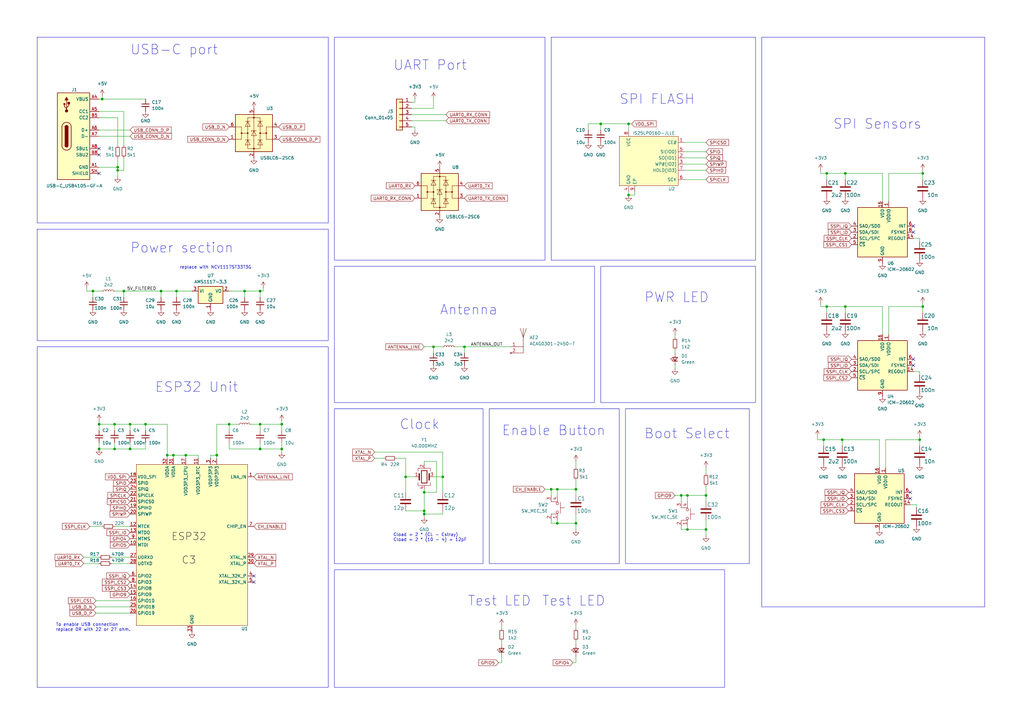
<source format=kicad_sch>
(kicad_sch (version 20250114) (generator "eeschema") (generator_version "9.0")
  (paper "A3")
  (rectangle (start 226.06 15.24) (end 309.88 106.68))
  (rectangle (start 15.24 93.98) (end 134.62 139.7))
  (rectangle (start 137.16 167.64) (end 198.12 231.14))
  (rectangle (start 200.66 167.64) (end 254 231.14))
  (rectangle (start 15.24 142.24) (end 134.62 281.94))
  (rectangle (start 137.16 233.68) (end 297.18 281.94))
  (rectangle (start 137.16 15.24) (end 223.52 106.68))
  (rectangle (start 137.16 109.22) (end 243.84 165.1))
  (rectangle (start 256.54 167.64) (end 307.34 231.14))
  (rectangle (start 246.38 109.22) (end 309.88 165.1))
  (rectangle (start 312.42 15.24) (end 403.86 248.92))
  (rectangle (start 15.24 15.24) (end 134.62 91.44))
  (text "To enable USB connection\nreplace 0R with 22 or 27 ohm." (at 22.86 259.08 0) (effects (font (size 1.27 1.27)) (justify left bottom)))
  (text "Clock" (at 163.83 176.53 0) (effects (font (size 4 4)) (justify left bottom)))
  (text "Cload = 2 * (CL - Cstray)\nCload = 2 * (10 - 4) = 12pF" (at 161.29 222.25 0) (effects (font (size 1.27 1.27)) (justify left bottom)))
  (text "Antenna" (at 180.34 129.54 0) (effects (font (size 4 4)) (justify left bottom)))
  (text "Test LED" (at 191.77 248.92 0) (effects (font (size 4 4)) (justify left bottom)))
  (text "ESP32 Unit" (at 63.5 161.29 0) (effects (font (size 4 4)) (justify left bottom)))
  (text "Test LED" (at 222.25 248.92 0) (effects (font (size 4 4)) (justify left bottom)))
  (text "Boot Select" (at 264.16 180.34 0) (effects (font (size 4 4)) (justify left bottom)))
  (text "SPI FLASH" (at 254 43.18 0) (effects (font (size 4 4)) (justify left bottom)))
  (text "UART Port" (at 161.29 29.21 0) (effects (font (size 4 4)) (justify left bottom)))
  (text "replace with NCV1117ST33T3G" (at 73.66 110.49 0) (effects (font (size 1.27 1.27)) (justify left bottom)))
  (text "Enable Button" (at 205.74 179.07 0) (effects (font (size 4 4)) (justify left bottom)))
  (text "USB-C port" (at 53.34 22.86 0) (effects (font (size 4 4)) (justify left bottom)))
  (text "Power section" (at 53.34 104.14 0) (effects (font (size 4 4)) (justify left bottom)))
  (text "PWR LED" (at 264.16 124.46 0) (effects (font (size 4 4)) (justify left bottom)))
  (text "SPI Sensors" (at 341.63 53.34 0) (effects (font (size 4 4)) (justify left bottom)))
  (junction (at 257.81 50.8))
  (junction (at 93.98 173.99))
  (junction (at 50.8 119.38))
  (junction (at 346.71 125.73))
  (junction (at 257.81 80.01))
  (junction (at 345.44 180.34))
  (junction (at 177.8 142.24))
  (junction (at 88.9 186.69))
  (junction (at 48.26 68.58))
  (junction (at 346.71 71.12))
  (junction (at 71.12 186.69))
  (junction (at 337.82 180.34))
  (junction (at 48.26 69.85))
  (junction (at 40.64 173.99))
  (junction (at 38.1 119.38))
  (junction (at 68.58 186.69))
  (junction (at 377.19 180.34))
  (junction (at 53.34 173.99))
  (junction (at 289.56 217.17))
  (junction (at 281.94 203.2))
  (junction (at 226.06 200.66))
  (junction (at 41.91 40.64))
  (junction (at 115.57 184.15))
  (junction (at 339.09 71.12))
  (junction (at 72.39 119.38))
  (junction (at 190.5 142.24))
  (junction (at 181.61 195.58))
  (junction (at 279.4 203.2))
  (junction (at 53.34 184.15))
  (junction (at 46.99 184.15))
  (junction (at 246.38 50.8))
  (junction (at 173.99 201.93))
  (junction (at 339.09 125.73))
  (junction (at 59.69 173.99))
  (junction (at 173.99 209.55))
  (junction (at 378.46 125.73))
  (junction (at 228.6 214.63))
  (junction (at 46.99 173.99))
  (junction (at 115.57 173.99))
  (junction (at 106.68 173.99))
  (junction (at 166.37 195.58))
  (junction (at 106.68 184.15))
  (junction (at 236.22 214.63))
  (junction (at 76.2 186.69))
  (junction (at 281.94 217.17))
  (junction (at 228.6 200.66))
  (junction (at 106.68 119.38))
  (junction (at 40.64 184.15))
  (junction (at 289.56 203.2))
  (junction (at 236.22 200.66))
  (junction (at 100.33 119.38))
  (junction (at 173.99 210.82))
  (junction (at 66.04 119.38))
  (junction (at 378.46 71.12))
  (no_connect (at 40.64 60.96))
  (no_connect (at 104.14 236.22))
  (no_connect (at 374.65 92.71))
  (no_connect (at 374.65 147.32))
  (no_connect (at 40.64 63.5))
  (no_connect (at 104.14 238.76))
  (no_connect (at 374.65 95.25))
  (no_connect (at 373.38 204.47))
  (no_connect (at 40.64 71.12))
  (no_connect (at 374.65 149.86))
  (no_connect (at 373.38 201.93))
  (wire (pts (xy 115.57 184.15) (xy 115.57 185.42)))
  (wire (pts (xy 257.81 50.8) (xy 257.81 53.34)))
  (wire (pts (xy 281.94 203.2) (xy 289.56 203.2)))
  (wire (pts (xy 59.69 184.15) (xy 53.34 184.15)))
  (wire (pts (xy 336.55 69.85) (xy 336.55 71.12)))
  (wire (pts (xy 181.61 185.42) (xy 181.61 195.58)))
  (wire (pts (xy 228.6 200.66) (xy 236.22 200.66)))
  (wire (pts (xy 88.9 186.69) (xy 88.9 173.99)))
  (wire (pts (xy 50.8 64.77) (xy 50.8 69.85)))
  (wire (pts (xy 226.06 200.66) (xy 226.06 203.2)))
  (wire (pts (xy 364.49 125.73) (xy 378.46 125.73)))
  (wire (pts (xy 173.99 201.93) (xy 173.99 200.66)))
  (wire (pts (xy 107.95 118.11) (xy 107.95 119.38)))
  (wire (pts (xy 279.4 215.9) (xy 279.4 217.17)))
  (wire (pts (xy 166.37 187.96) (xy 166.37 195.58)))
  (wire (pts (xy 177.8 195.58) (xy 181.61 195.58)))
  (wire (pts (xy 66.04 119.38) (xy 72.39 119.38)))
  (wire (pts (xy 377.19 180.34) (xy 377.19 182.88)))
  (wire (pts (xy 81.28 186.69) (xy 76.2 186.69)))
  (wire (pts (xy 346.71 125.73) (xy 339.09 125.73)))
  (wire (pts (xy 41.91 39.37) (xy 41.91 40.64)))
  (wire (pts (xy 39.37 251.46) (xy 53.34 251.46)))
  (wire (pts (xy 106.68 119.38) (xy 107.95 119.38)))
  (wire (pts (xy 168.91 41.91) (xy 170.18 41.91)))
  (wire (pts (xy 66.04 119.38) (xy 66.04 121.92)))
  (wire (pts (xy 40.64 172.72) (xy 40.64 173.99)))
  (wire (pts (xy 177.8 40.64) (xy 177.8 44.45)))
  (wire (pts (xy 36.83 215.9) (xy 41.91 215.9)))
  (wire (pts (xy 361.95 125.73) (xy 361.95 137.16)))
  (wire (pts (xy 48.26 48.26) (xy 48.26 59.69)))
  (wire (pts (xy 236.22 269.24) (xy 236.22 271.78)))
  (wire (pts (xy 339.09 125.73) (xy 339.09 128.27)))
  (wire (pts (xy 289.56 203.2) (xy 289.56 205.74)))
  (wire (pts (xy 205.74 262.89) (xy 205.74 264.16)))
  (wire (pts (xy 276.86 149.86) (xy 276.86 151.13)))
  (wire (pts (xy 375.92 207.01) (xy 373.38 207.01)))
  (wire (pts (xy 346.71 71.12) (xy 346.71 73.66)))
  (wire (pts (xy 72.39 119.38) (xy 72.39 121.92)))
  (wire (pts (xy 115.57 173.99) (xy 115.57 176.53)))
  (wire (pts (xy 88.9 173.99) (xy 93.98 173.99)))
  (wire (pts (xy 236.22 262.89) (xy 236.22 264.16)))
  (wire (pts (xy 46.99 119.38) (xy 50.8 119.38)))
  (wire (pts (xy 34.29 228.6) (xy 40.64 228.6)))
  (wire (pts (xy 228.6 213.36) (xy 228.6 214.63)))
  (wire (pts (xy 46.99 181.61) (xy 46.99 184.15)))
  (wire (pts (xy 281.94 215.9) (xy 281.94 217.17)))
  (wire (pts (xy 71.12 186.69) (xy 71.12 187.96)))
  (wire (pts (xy 35.56 118.11) (xy 35.56 119.38)))
  (wire (pts (xy 39.37 246.38) (xy 53.34 246.38)))
  (wire (pts (xy 377.19 179.07) (xy 377.19 180.34)))
  (wire (pts (xy 280.67 73.66) (xy 289.56 73.66)))
  (wire (pts (xy 48.26 69.85) (xy 48.26 72.39)))
  (wire (pts (xy 289.56 213.36) (xy 289.56 217.17)))
  (wire (pts (xy 40.64 68.58) (xy 48.26 68.58)))
  (wire (pts (xy 34.29 231.14) (xy 40.64 231.14)))
  (wire (pts (xy 361.95 125.73) (xy 346.71 125.73)))
  (wire (pts (xy 179.07 189.23) (xy 179.07 201.93)))
  (wire (pts (xy 41.91 40.64) (xy 59.69 40.64)))
  (wire (pts (xy 162.56 187.96) (xy 166.37 187.96)))
  (wire (pts (xy 177.8 142.24) (xy 181.61 142.24)))
  (wire (pts (xy 236.22 200.66) (xy 236.22 203.2)))
  (wire (pts (xy 40.64 173.99) (xy 46.99 173.99)))
  (wire (pts (xy 86.36 187.96) (xy 86.36 186.69)))
  (wire (pts (xy 38.1 119.38) (xy 38.1 121.92)))
  (wire (pts (xy 106.68 173.99) (xy 115.57 173.99)))
  (wire (pts (xy 241.3 50.8) (xy 246.38 50.8)))
  (wire (pts (xy 276.86 143.51) (xy 276.86 144.78)))
  (wire (pts (xy 46.99 215.9) (xy 53.34 215.9)))
  (wire (pts (xy 168.91 46.99) (xy 182.88 46.99)))
  (wire (pts (xy 115.57 181.61) (xy 115.57 184.15)))
  (wire (pts (xy 228.6 200.66) (xy 228.6 203.2)))
  (wire (pts (xy 279.4 203.2) (xy 281.94 203.2)))
  (wire (pts (xy 377.19 97.79) (xy 374.65 97.79)))
  (wire (pts (xy 364.49 82.55) (xy 364.49 71.12)))
  (wire (pts (xy 93.98 173.99) (xy 97.79 173.99)))
  (wire (pts (xy 93.98 176.53) (xy 93.98 173.99)))
  (wire (pts (xy 363.22 180.34) (xy 377.19 180.34)))
  (wire (pts (xy 40.64 53.34) (xy 53.34 53.34)))
  (wire (pts (xy 360.68 180.34) (xy 345.44 180.34)))
  (wire (pts (xy 153.67 185.42) (xy 181.61 185.42)))
  (wire (pts (xy 228.6 214.63) (xy 236.22 214.63)))
  (wire (pts (xy 377.19 152.4) (xy 374.65 152.4)))
  (wire (pts (xy 378.46 71.12) (xy 378.46 73.66)))
  (wire (pts (xy 166.37 195.58) (xy 170.18 195.58)))
  (wire (pts (xy 246.38 50.8) (xy 257.81 50.8)))
  (wire (pts (xy 45.72 231.14) (xy 53.34 231.14)))
  (wire (pts (xy 260.35 78.74) (xy 260.35 80.01)))
  (wire (pts (xy 236.22 196.85) (xy 236.22 200.66)))
  (wire (pts (xy 166.37 209.55) (xy 173.99 209.55)))
  (wire (pts (xy 153.67 187.96) (xy 157.48 187.96)))
  (wire (pts (xy 377.19 153.67) (xy 377.19 152.4)))
  (wire (pts (xy 40.64 55.88) (xy 53.34 55.88)))
  (wire (pts (xy 170.18 41.91) (xy 170.18 40.64)))
  (wire (pts (xy 93.98 119.38) (xy 100.33 119.38)))
  (wire (pts (xy 59.69 173.99) (xy 68.58 173.99)))
  (wire (pts (xy 48.26 68.58) (xy 48.26 69.85)))
  (wire (pts (xy 72.39 119.38) (xy 78.74 119.38)))
  (wire (pts (xy 279.4 217.17) (xy 281.94 217.17)))
  (wire (pts (xy 106.68 184.15) (xy 115.57 184.15)))
  (wire (pts (xy 39.37 248.92) (xy 53.34 248.92)))
  (wire (pts (xy 170.18 52.07) (xy 168.91 52.07)))
  (wire (pts (xy 81.28 187.96) (xy 81.28 186.69)))
  (wire (pts (xy 177.8 44.45) (xy 168.91 44.45)))
  (wire (pts (xy 336.55 124.46) (xy 336.55 125.73)))
  (wire (pts (xy 378.46 124.46) (xy 378.46 125.73)))
  (wire (pts (xy 76.2 186.69) (xy 76.2 187.96)))
  (wire (pts (xy 100.33 119.38) (xy 106.68 119.38)))
  (wire (pts (xy 335.28 180.34) (xy 337.82 180.34)))
  (wire (pts (xy 38.1 119.38) (xy 41.91 119.38)))
  (wire (pts (xy 204.47 271.78) (xy 205.74 271.78)))
  (wire (pts (xy 360.68 180.34) (xy 360.68 191.77)))
  (wire (pts (xy 106.68 184.15) (xy 93.98 184.15)))
  (wire (pts (xy 345.44 180.34) (xy 337.82 180.34)))
  (wire (pts (xy 281.94 217.17) (xy 289.56 217.17)))
  (wire (pts (xy 100.33 119.38) (xy 100.33 121.92)))
  (wire (pts (xy 68.58 186.69) (xy 68.58 187.96)))
  (wire (pts (xy 289.56 217.17) (xy 289.56 219.71)))
  (wire (pts (xy 345.44 180.34) (xy 345.44 182.88)))
  (wire (pts (xy 234.95 271.78) (xy 236.22 271.78)))
  (wire (pts (xy 364.49 137.16) (xy 364.49 125.73)))
  (wire (pts (xy 106.68 181.61) (xy 106.68 184.15)))
  (wire (pts (xy 289.56 191.77) (xy 289.56 194.31)))
  (wire (pts (xy 59.69 181.61) (xy 59.69 184.15)))
  (wire (pts (xy 46.99 173.99) (xy 53.34 173.99)))
  (wire (pts (xy 205.74 256.54) (xy 205.74 257.81)))
  (wire (pts (xy 336.55 125.73) (xy 339.09 125.73)))
  (wire (pts (xy 173.99 209.55) (xy 173.99 210.82)))
  (wire (pts (xy 41.91 40.64) (xy 40.64 40.64)))
  (wire (pts (xy 48.26 64.77) (xy 48.26 68.58)))
  (wire (pts (xy 50.8 69.85) (xy 48.26 69.85)))
  (wire (pts (xy 361.95 71.12) (xy 361.95 82.55)))
  (wire (pts (xy 336.55 71.12) (xy 339.09 71.12)))
  (wire (pts (xy 179.07 201.93) (xy 173.99 201.93)))
  (wire (pts (xy 181.61 209.55) (xy 181.61 210.82)))
  (wire (pts (xy 50.8 119.38) (xy 50.8 121.92)))
  (wire (pts (xy 50.8 45.72) (xy 50.8 59.69)))
  (wire (pts (xy 53.34 184.15) (xy 46.99 184.15)))
  (wire (pts (xy 46.99 184.15) (xy 40.64 184.15)))
  (wire (pts (xy 226.06 200.66) (xy 228.6 200.66)))
  (wire (pts (xy 236.22 256.54) (xy 236.22 257.81)))
  (wire (pts (xy 246.38 50.8) (xy 246.38 53.34)))
  (wire (pts (xy 280.67 62.23) (xy 289.56 62.23)))
  (wire (pts (xy 276.86 137.16) (xy 276.86 138.43)))
  (wire (pts (xy 40.64 173.99) (xy 40.64 176.53)))
  (wire (pts (xy 53.34 173.99) (xy 59.69 173.99)))
  (wire (pts (xy 173.99 210.82) (xy 173.99 212.09)))
  (wire (pts (xy 226.06 213.36) (xy 226.06 214.63)))
  (wire (pts (xy 226.06 214.63) (xy 228.6 214.63)))
  (wire (pts (xy 339.09 71.12) (xy 339.09 73.66)))
  (wire (pts (xy 346.71 125.73) (xy 346.71 128.27)))
  (wire (pts (xy 289.56 199.39) (xy 289.56 203.2)))
  (wire (pts (xy 361.95 71.12) (xy 346.71 71.12)))
  (wire (pts (xy 35.56 119.38) (xy 38.1 119.38)))
  (wire (pts (xy 168.91 49.53) (xy 182.88 49.53)))
  (wire (pts (xy 236.22 210.82) (xy 236.22 214.63)))
  (wire (pts (xy 71.12 186.69) (xy 68.58 186.69)))
  (wire (pts (xy 377.19 99.06) (xy 377.19 97.79)))
  (wire (pts (xy 53.34 181.61) (xy 53.34 184.15)))
  (wire (pts (xy 346.71 71.12) (xy 339.09 71.12)))
  (wire (pts (xy 88.9 186.69) (xy 88.9 187.96)))
  (wire (pts (xy 236.22 214.63) (xy 236.22 217.17)))
  (wire (pts (xy 46.99 173.99) (xy 46.99 176.53)))
  (wire (pts (xy 378.46 125.73) (xy 378.46 128.27)))
  (wire (pts (xy 173.99 190.5) (xy 173.99 189.23)))
  (wire (pts (xy 106.68 119.38) (xy 106.68 121.92)))
  (wire (pts (xy 177.8 142.24) (xy 177.8 144.78)))
  (wire (pts (xy 279.4 205.74) (xy 279.4 203.2)))
  (wire (pts (xy 170.18 53.34) (xy 170.18 52.07)))
  (wire (pts (xy 173.99 189.23) (xy 179.07 189.23)))
  (wire (pts (xy 236.22 189.23) (xy 236.22 191.77)))
  (wire (pts (xy 257.81 50.8) (xy 259.08 50.8)))
  (wire (pts (xy 68.58 173.99) (xy 68.58 186.69)))
  (wire (pts (xy 59.69 173.99) (xy 59.69 176.53)))
  (wire (pts (xy 223.52 200.66) (xy 226.06 200.66)))
  (wire (pts (xy 40.64 48.26) (xy 48.26 48.26)))
  (wire (pts (xy 50.8 119.38) (xy 66.04 119.38)))
  (wire (pts (xy 280.67 69.85) (xy 289.56 69.85)))
  (wire (pts (xy 190.5 142.24) (xy 190.5 144.78)))
  (wire (pts (xy 93.98 184.15) (xy 93.98 181.61)))
  (wire (pts (xy 166.37 201.93) (xy 166.37 195.58)))
  (wire (pts (xy 86.36 186.69) (xy 88.9 186.69)))
  (wire (pts (xy 173.99 201.93) (xy 173.99 209.55)))
  (wire (pts (xy 241.3 53.34) (xy 241.3 50.8)))
  (wire (pts (xy 173.99 142.24) (xy 177.8 142.24)))
  (wire (pts (xy 45.72 228.6) (xy 53.34 228.6)))
  (wire (pts (xy 181.61 195.58) (xy 181.61 201.93)))
  (wire (pts (xy 335.28 179.07) (xy 335.28 180.34)))
  (wire (pts (xy 281.94 203.2) (xy 281.94 205.74)))
  (wire (pts (xy 40.64 181.61) (xy 40.64 184.15)))
  (wire (pts (xy 40.64 45.72) (xy 50.8 45.72)))
  (wire (pts (xy 260.35 80.01) (xy 257.81 80.01)))
  (wire (pts (xy 205.74 269.24) (xy 205.74 271.78)))
  (wire (pts (xy 280.67 64.77) (xy 289.56 64.77)))
  (wire (pts (xy 280.67 58.42) (xy 289.56 58.42)))
  (wire (pts (xy 375.92 208.28) (xy 375.92 207.01)))
  (wire (pts (xy 337.82 180.34) (xy 337.82 182.88)))
  (wire (pts (xy 186.69 142.24) (xy 190.5 142.24)))
  (wire (pts (xy 190.5 142.24) (xy 209.55 142.24)))
  (wire (pts (xy 364.49 71.12) (xy 378.46 71.12)))
  (wire (pts (xy 363.22 191.77) (xy 363.22 180.34)))
  (wire (pts (xy 106.68 173.99) (xy 106.68 176.53)))
  (wire (pts (xy 76.2 186.69) (xy 71.12 186.69)))
  (wire (pts (xy 102.87 173.99) (xy 106.68 173.99)))
  (wire (pts (xy 280.67 67.31) (xy 289.56 67.31)))
  (wire (pts (xy 257.81 78.74) (xy 257.81 80.01)))
  (wire (pts (xy 173.99 210.82) (xy 181.61 210.82)))
  (wire (pts (xy 276.86 203.2) (xy 279.4 203.2)))
  (wire (pts (xy 115.57 172.72) (xy 115.57 173.99)))
  (wire (pts (xy 53.34 173.99) (xy 53.34 176.53)))
  (wire (pts (xy 378.46 69.85) (xy 378.46 71.12)))
  (label "5V_FILTERED" (at 52.07 119.38 0))
  (label "ANTENNA_OUT" (at 193.04 142.24 0))
  (global_label "GPIO4" (shape input) (at 234.95 271.78 180) (property "Intersheetrefs" "${INTERSHEET_REFS}" (effects (hide yes))))
  (global_label "SPICSO" (shape input) (at 53.34 205.74 180) (property "Intersheetrefs" "${INTERSHEET_REFS}" (effects (hide yes))))
  (global_label "SSPI_ID" (shape input) (at 349.25 149.86 180) (property "Intersheetrefs" "${INTERSHEET_REFS}" (effects (hide yes))))
  (global_label "UART0_RX" (shape input) (at 34.29 228.6 180) (property "Intersheetrefs" "${INTERSHEET_REFS}" (effects (hide yes))))
  (global_label "ANTENNA_LINE" (shape input) (at 173.99 142.24 180) (property "Intersheetrefs" "${INTERSHEET_REFS}" (effects (hide yes))))
  (global_label "SSPI_ID" (shape input) (at 53.34 218.44 180) (property "Intersheetrefs" "${INTERSHEET_REFS}" (effects (hide yes))))
  (global_label "SSPI_CLK" (shape input) (at 36.83 215.9 180) (property "Intersheetrefs" "${INTERSHEET_REFS}" (effects (hide yes))))
  (global_label "GPIO5" (shape input) (at 53.34 223.52 180) (property "Intersheetrefs" "${INTERSHEET_REFS}" (effects (hide yes))))
  (global_label "SPICLK" (shape input) (at 53.34 203.2 180) (property "Intersheetrefs" "${INTERSHEET_REFS}" (effects (hide yes))))
  (global_label "XTAL_P" (shape input) (at 104.14 231.14 0) (property "Intersheetrefs" "${INTERSHEET_REFS}" (effects (hide yes))))
  (global_label "UART0_RX_CONN" (shape input) (at 182.88 46.99 0) (property "Intersheetrefs" "${INTERSHEET_REFS}" (effects (hide yes))))
  (global_label "SPIHD" (shape input) (at 289.56 69.85 0) (property "Intersheetrefs" "${INTERSHEET_REFS}" (effects (hide yes))))
  (global_label "SSPI_ID" (shape input) (at 347.98 204.47 180) (property "Intersheetrefs" "${INTERSHEET_REFS}" (effects (hide yes))))
  (global_label "UART0_RX_CONN" (shape input) (at 170.18 81.28 180) (property "Intersheetrefs" "${INTERSHEET_REFS}" (effects (hide yes))))
  (global_label "SSPI_CS3" (shape input) (at 347.98 209.55 180) (property "Intersheetrefs" "${INTERSHEET_REFS}" (effects (hide yes))))
  (global_label "USB_CONN_D_P" (shape input) (at 53.34 53.34 0) (property "Intersheetrefs" "${INTERSHEET_REFS}" (effects (hide yes))))
  (global_label "UART0_RX" (shape input) (at 170.18 76.2 180) (property "Intersheetrefs" "${INTERSHEET_REFS}" (effects (hide yes))))
  (global_label "SSPI_CS2" (shape input) (at 349.25 154.94 180) (property "Intersheetrefs" "${INTERSHEET_REFS}" (effects (hide yes))))
  (global_label "VDD_SPI" (shape input) (at 53.34 195.58 180) (property "Intersheetrefs" "${INTERSHEET_REFS}" (effects (hide yes))))
  (global_label "SPICLK" (shape input) (at 289.56 73.66 0) (property "Intersheetrefs" "${INTERSHEET_REFS}" (effects (hide yes))))
  (global_label "SSPI_IQ" (shape input) (at 349.25 147.32 180) (property "Intersheetrefs" "${INTERSHEET_REFS}" (effects (hide yes))))
  (global_label "GPIO4" (shape input) (at 53.34 220.98 180) (property "Intersheetrefs" "${INTERSHEET_REFS}" (effects (hide yes))))
  (global_label "XTAL_N" (shape input) (at 104.14 228.6 0) (property "Intersheetrefs" "${INTERSHEET_REFS}" (effects (hide yes))))
  (global_label "SPIHD" (shape input) (at 53.34 208.28 180) (property "Intersheetrefs" "${INTERSHEET_REFS}" (effects (hide yes))))
  (global_label "VDD_SPI" (shape input) (at 259.08 50.8 0) (property "Intersheetrefs" "${INTERSHEET_REFS}" (effects (hide yes))))
  (global_label "GPIO9" (shape input) (at 276.86 203.2 180) (property "Intersheetrefs" "${INTERSHEET_REFS}" (effects (hide yes))))
  (global_label "SPIWP" (shape input) (at 53.34 210.82 180) (property "Intersheetrefs" "${INTERSHEET_REFS}" (effects (hide yes))))
  (global_label "USB_D_N" (shape input) (at 93.98 52.07 180) (property "Intersheetrefs" "${INTERSHEET_REFS}" (effects (hide yes))))
  (global_label "ANTENNA_LINE" (shape input) (at 104.14 195.58 0) (property "Intersheetrefs" "${INTERSHEET_REFS}" (effects (hide yes))))
  (global_label "SSPI_ID" (shape input) (at 349.25 95.25 180) (property "Intersheetrefs" "${INTERSHEET_REFS}" (effects (hide yes))))
  (global_label "SSPI_CS3" (shape input) (at 53.34 241.3 180) (property "Intersheetrefs" "${INTERSHEET_REFS}" (effects (hide yes))))
  (global_label "SPIQ" (shape input) (at 53.34 200.66 180) (property "Intersheetrefs" "${INTERSHEET_REFS}" (effects (hide yes))))
  (global_label "GPIO9" (shape input) (at 53.34 243.84 180) (property "Intersheetrefs" "${INTERSHEET_REFS}" (effects (hide yes))))
  (global_label "SSPI_CLK" (shape input) (at 349.25 152.4 180) (property "Intersheetrefs" "${INTERSHEET_REFS}" (effects (hide yes))))
  (global_label "UART0_TX_CONN" (shape input) (at 182.88 49.53 0) (property "Intersheetrefs" "${INTERSHEET_REFS}" (effects (hide yes))))
  (global_label "SPIQ" (shape input) (at 289.56 64.77 0) (property "Intersheetrefs" "${INTERSHEET_REFS}" (effects (hide yes))))
  (global_label "SSPI_CS2" (shape input) (at 53.34 238.76 180) (property "Intersheetrefs" "${INTERSHEET_REFS}" (effects (hide yes))))
  (global_label "USB_D_N" (shape input) (at 39.37 248.92 180) (property "Intersheetrefs" "${INTERSHEET_REFS}" (effects (hide yes))))
  (global_label "SSPI_IQ" (shape input) (at 347.98 201.93 180) (property "Intersheetrefs" "${INTERSHEET_REFS}" (effects (hide yes))))
  (global_label "USB_D_P" (shape input) (at 114.3 52.07 0) (property "Intersheetrefs" "${INTERSHEET_REFS}" (effects (hide yes))))
  (global_label "UART0_TX" (shape input) (at 34.29 231.14 180) (property "Intersheetrefs" "${INTERSHEET_REFS}" (effects (hide yes))))
  (global_label "GPIO5" (shape input) (at 204.47 271.78 180) (property "Intersheetrefs" "${INTERSHEET_REFS}" (effects (hide yes))))
  (global_label "CH_ENABLE" (shape input) (at 223.52 200.66 180) (property "Intersheetrefs" "${INTERSHEET_REFS}" (effects (hide yes))))
  (global_label "SSPI_CS1" (shape input) (at 39.37 246.38 180) (property "Intersheetrefs" "${INTERSHEET_REFS}" (effects (hide yes))))
  (global_label "USB_CONN_D_N" (shape input) (at 53.34 55.88 0) (property "Intersheetrefs" "${INTERSHEET_REFS}" (effects (hide yes))))
  (global_label "SPID" (shape input) (at 289.56 62.23 0) (property "Intersheetrefs" "${INTERSHEET_REFS}" (effects (hide yes))))
  (global_label "USB_D_P" (shape input) (at 39.37 251.46 180) (property "Intersheetrefs" "${INTERSHEET_REFS}" (effects (hide yes))))
  (global_label "SSPI_CLK" (shape input) (at 349.25 97.79 180) (property "Intersheetrefs" "${INTERSHEET_REFS}" (effects (hide yes))))
  (global_label "UART0_TX_CONN" (shape input) (at 190.5 81.28 0) (property "Intersheetrefs" "${INTERSHEET_REFS}" (effects (hide yes))))
  (global_label "CH_ENABLE" (shape input) (at 104.14 215.9 0) (property "Intersheetrefs" "${INTERSHEET_REFS}" (effects (hide yes))))
  (global_label "SSPI_IQ" (shape input) (at 349.25 92.71 180) (property "Intersheetrefs" "${INTERSHEET_REFS}" (effects (hide yes))))
  (global_label "XTAL_N" (shape input) (at 153.67 185.42 180) (property "Intersheetrefs" "${INTERSHEET_REFS}" (effects (hide yes))))
  (global_label "SPIWP" (shape input) (at 289.56 67.31 0) (property "Intersheetrefs" "${INTERSHEET_REFS}" (effects (hide yes))))
  (global_label "SPID" (shape input) (at 53.34 198.12 180) (property "Intersheetrefs" "${INTERSHEET_REFS}" (effects (hide yes))))
  (global_label "USB_CONN_D_P" (shape input) (at 114.3 57.15 0) (property "Intersheetrefs" "${INTERSHEET_REFS}" (effects (hide yes))))
  (global_label "SSPI_CLK" (shape input) (at 347.98 207.01 180) (property "Intersheetrefs" "${INTERSHEET_REFS}" (effects (hide yes))))
  (global_label "SSPI_IQ" (shape input) (at 53.34 236.22 180) (property "Intersheetrefs" "${INTERSHEET_REFS}" (effects (hide yes))))
  (global_label "SSPI_CS1" (shape input) (at 349.25 100.33 180) (property "Intersheetrefs" "${INTERSHEET_REFS}" (effects (hide yes))))
  (global_label "UART0_TX" (shape input) (at 190.5 76.2 0) (property "Intersheetrefs" "${INTERSHEET_REFS}" (effects (hide yes))))
  (global_label "XTAL_P" (shape input) (at 153.67 187.96 180) (property "Intersheetrefs" "${INTERSHEET_REFS}" (effects (hide yes))))
  (global_label "SPICSO" (shape input) (at 289.56 58.42 0) (property "Intersheetrefs" "${INTERSHEET_REFS}" (effects (hide yes))))
  (global_label "USB_CONN_D_N" (shape input) (at 93.98 57.15 180) (property "Intersheetrefs" "${INTERSHEET_REFS}" (effects (hide yes))))
  (symbol (lib_id "Device:C_Small") (at 46.99 179.07 180) (unit 1)
    (property "Reference" "C3" (at 48.26 176.53 0) (effects (justify right)))
    (property "Value" "100n" (at 48.26 181.61 0) (effects (justify right)))
    (property "Footprint" "Capacitor_SMD:C_0402_1005Metric_Pad0.74x0.62mm_HandSolder" (effects (hide yes)))
  )
  (symbol (lib_id "power:GND") (at 377.19 161.29 0) (unit 1)
    (property "Reference" "#PWR037" (effects (hide yes)))
    (property "Value" "GND" (at 377.19 166.37 0))
  )
  (symbol (lib_id "power:+5V") (at 41.91 39.37 0) (unit 1)
    (property "Reference" "#PWR01" (effects (hide yes)))
    (property "Value" "+5V" (at 41.91 34.29 0))
  )
  (symbol (lib_id "power:+3V3") (at 205.74 256.54 0) (unit 1)
    (property "Reference" "#PWR028" (effects (hide yes)))
    (property "Value" "+3V3" (at 205.74 251.46 0))
  )
  (symbol (lib_id "power:GND") (at 78.74 259.08 0) (unit 1)
    (property "Reference" "#PWR06" (effects (hide yes)))
    (property "Value" "GND" (at 78.74 264.16 0))
  )
  (symbol (lib_id "Device:R_Small") (at 48.26 62.23 0) (mirror y) (unit 1)
    (property "Reference" "R1" (at 46.99 60.96 0) (effects (justify left)))
    (property "Value" "5k1" (at 46.99 63.5 0) (effects (justify left)))
    (property "Footprint" "Resistor_SMD:R_0402_1005Metric_Pad0.72x0.64mm_HandSolder" (effects (hide yes)))
  )
  (symbol (lib_id "Device:R_Small") (at 236.22 194.31 180) (unit 1)
    (property "Reference" "R3" (at 240.03 193.04 0) (effects (justify left)))
    (property "Value" "5k1" (at 241.3 195.58 0) (effects (justify left)))
    (property "Footprint" "Resistor_SMD:R_0402_1005Metric_Pad0.72x0.64mm_HandSolder" (effects (hide yes)))
  )
  (symbol (lib_id "Device:C_Small") (at 115.57 179.07 180) (unit 1)
    (property "Reference" "C8" (at 116.84 176.53 0) (effects (justify right)))
    (property "Value" "10u" (at 116.84 181.61 0) (effects (justify right)))
    (property "Footprint" "Capacitor_SMD:C_0603_1608Metric_Pad1.08x0.95mm_HandSolder" (effects (hide yes)))
  )
  (symbol (lib_id "power:GND") (at 360.68 217.17 0) (unit 1)
    (property "Reference" "#PWR019" (effects (hide yes)))
    (property "Value" "GND" (at 360.68 222.25 0))
  )
  (symbol (lib_id "iridiumCapacitorsSMD:C_0402") (at 378.46 77.47 0) (mirror x) (unit 1)
    (property "Reference" "C23" (at 383.54 74.93 0) (effects (font (size 1.524 1.524)) (justify right)))
    (property "Value" "10n" (at 384.81 80.01 0) (effects (font (size 1.524 1.524)) (justify right)))
    (property "Footprint" "Capacitor_SMD:C_0402_1005Metric_Pad0.74x0.62mm_HandSolder" (effects (hide yes)))
    (property "MPN" " " (effects (hide yes)))
  )
  (symbol (lib_id "Sensor_Motion:ICM-20602") (at 361.95 149.86 0) (unit 1)
    (property "Reference" "U4" (at 363.9059 162.56 0) (effects (justify left)))
    (property "Value" "ICM-20602" (at 363.9059 165.1 0) (effects (justify left)))
    (property "Footprint" "Package_LGA:LGA-16_3x3mm_P0.5mm_LayoutBorder3x5y" (effects (hide yes)))
    (property "Datasheet" "http://www.invensense.com/wp-content/uploads/2016/10/DS-000176-ICM-20602-v1.0.pdf" (effects (hide yes)))
  )
  (symbol (lib_id "iridiumMisc:ESP32C3") (at 53.34 190.5 0) (unit 1)
    (property "Reference" "U1" (at 100.33 257.81 0))
    (property "Value" "ESP32C3" (effects (hide yes)))
    (property "Footprint" "iridium-footprints:QFN50P500X500X80-33N" (effects (hide yes)))
    (property "Datasheet" "https://www.espressif.com/sites/default/files/documentation/esp32-c3_datasheet_en.pdf" (effects (hide yes)))
    (property "Manufacturer" "espressif" (effects (hide yes)))
    (property "MPN" "ESP32-C3" (effects (hide yes)))
  )
  (symbol (lib_id "Device:C_Small") (at 40.64 179.07 180) (unit 1)
    (property "Reference" "C2" (at 41.91 176.53 0) (effects (justify right)))
    (property "Value" "10u" (at 41.91 181.61 0) (effects (justify right)))
    (property "Footprint" "Capacitor_SMD:C_0603_1608Metric_Pad1.08x0.95mm_HandSolder" (effects (hide yes)))
  )
  (symbol (lib_id "Device:C_Small") (at 59.69 179.07 180) (unit 1)
    (property "Reference" "C5" (at 60.96 176.53 0) (effects (justify right)))
    (property "Value" "100n" (at 60.96 181.61 0) (effects (justify right)))
    (property "Footprint" "Capacitor_SMD:C_0402_1005Metric_Pad0.74x0.62mm_HandSolder" (effects (hide yes)))
  )
  (symbol (lib_id "power:+3V3") (at 377.19 179.07 0) (unit 1)
    (property "Reference" "#PWR058" (effects (hide yes)))
    (property "Value" "+3V3" (at 377.19 173.99 0))
  )
  (symbol (lib_id "power:+5V") (at 35.56 118.11 0) (unit 1)
    (property "Reference" "#PWR046" (effects (hide yes)))
    (property "Value" "+5V" (at 35.56 113.03 0))
  )
  (symbol (lib_id "iridiumCapacitorsSMD:C_0402") (at 181.61 205.74 0) (mirror x) (unit 1)
    (property "Reference" "C12" (at 186.69 203.2 0) (effects (font (size 1.524 1.524)) (justify right)))
    (property "Value" "12p" (at 186.69 208.28 0) (effects (font (size 1.524 1.524)) (justify right)))
    (property "Footprint" "Capacitor_SMD:C_0402_1005Metric_Pad0.74x0.62mm_HandSolder" (effects (hide yes)))
    (property "MPN" " " (effects (hide yes)))
  )
  (symbol (lib_id "power:+3V3") (at 115.57 172.72 0) (unit 1)
    (property "Reference" "#PWR09" (effects (hide yes)))
    (property "Value" "+3V3" (at 115.57 167.64 0))
  )
  (symbol (lib_id "power:GND") (at 377.19 190.5 0) (unit 1)
    (property "Reference" "#PWR022" (effects (hide yes)))
    (property "Value" "GND" (at 377.19 195.58 0))
  )
  (symbol (lib_id "power:+3V3") (at 335.28 179.07 0) (unit 1)
    (property "Reference" "#PWR020" (effects (hide yes)))
    (property "Value" "+3V3" (at 335.28 173.99 0))
  )
  (symbol (lib_id "power:GND") (at 86.36 127 0) (unit 1)
    (property "Reference" "#PWR045" (effects (hide yes)))
    (property "Value" "GND" (at 86.36 132.08 0))
  )
  (symbol (lib_id "Switch:SW_MEC_5E") (at 279.4 210.82 270) (mirror x) (unit 1)
    (property "Reference" "SW1" (at 278.13 209.55 90) (effects (justify right)))
    (property "Value" "SW_MEC_5E" (at 278.13 212.09 90) (effects (justify right)))
    (property "Footprint" "Button_Switch_THT:SW_PUSH_6mm_H5mm" (effects (hide yes)))
    (property "Datasheet" "http://www.apem.com/int/index.php?controller=attachment&id_attachment=1371" (effects (hide yes)))
  )
  (symbol (lib_id "Device:C_Small") (at 50.8 124.46 0) (unit 1)
    (property "Reference" "C31" (at 50.165 122.555 0) (effects (justify right)))
    (property "Value" "100n" (at 50.165 126.365 0) (effects (justify right)))
    (property "Footprint" "Capacitor_SMD:C_0402_1005Metric_Pad0.74x0.62mm_HandSolder" (effects (hide yes)))
  )
  (symbol (lib_id "power:GND") (at 50.8 127 0) (mirror y) (unit 1)
    (property "Reference" "#PWR02" (effects (hide yes)))
    (property "Value" "GND" (at 50.8 132.08 0))
  )
  (symbol (lib_id "iridiumCapacitorsSMD:C_0402") (at 339.09 77.47 0) (mirror x) (unit 1)
    (property "Reference" "C21" (at 344.17 74.93 0) (effects (font (size 1.524 1.524)) (justify right)))
    (property "Value" "2u2" (at 345.44 80.01 0) (effects (font (size 1.524 1.524)) (justify right)))
    (property "Footprint" "Capacitor_SMD:C_0402_1005Metric_Pad0.74x0.62mm_HandSolder" (effects (hide yes)))
    (property "MPN" " " (effects (hide yes)))
  )
  (symbol (lib_id "iridiumCapacitorsSMD:C_0402") (at 377.19 186.69 0) (mirror x) (unit 1)
    (property "Reference" "C14" (at 382.27 184.15 0) (effects (font (size 1.524 1.524)) (justify right)))
    (property "Value" "10n" (at 383.54 189.23 0) (effects (font (size 1.524 1.524)) (justify right)))
    (property "Footprint" "Capacitor_SMD:C_0402_1005Metric_Pad0.74x0.62mm_HandSolder" (effects (hide yes)))
    (property "MPN" " " (effects (hide yes)))
  )
  (symbol (lib_id "iridiumCapacitorsSMD:C_0402") (at 236.22 207.01 0) (mirror x) (unit 1)
    (property "Reference" "C1" (at 240.03 204.47 0) (effects (font (size 1.524 1.524)) (justify right)))
    (property "Value" "100n" (at 242.57 209.55 0) (effects (font (size 1.524 1.524)) (justify right)))
    (property "Footprint" "Capacitor_SMD:C_0402_1005Metric_Pad0.74x0.62mm_HandSolder" (effects (hide yes)))
    (property "MPN" " " (effects (hide yes)))
  )
  (symbol (lib_id "power:GND") (at 100.33 127 0) (unit 1)
    (property "Reference" "#PWR041" (effects (hide yes)))
    (property "Value" "GND" (at 100.33 132.08 0))
  )
  (symbol (lib_id "power:GND") (at 257.81 80.01 0) (unit 1)
    (property "Reference" "#PWR016" (effects (hide yes)))
    (property "Value" "GND" (at 257.81 85.09 0))
  )
  (symbol (lib_id "Device:C_Small") (at 72.39 124.46 0) (unit 1)
    (property "Reference" "C28" (at 74.93 123.1963 0) (effects (justify left)))
    (property "Value" "100n" (at 74.93 125.7363 0) (effects (justify left)))
    (property "Footprint" "Capacitor_SMD:C_0402_1005Metric_Pad0.74x0.62mm_HandSolder" (effects (hide yes)))
  )
  (symbol (lib_id "iridiumMisc:IS25LP016D") (at 254 55.88 0) (unit 1)
    (property "Reference" "U2" (at 276.86 77.47 0) (effects (justify right)))
    (property "Value" "IS25LP016D-JLLE" (at 276.86 54.61 0) (effects (justify right)))
    (property "Footprint" "iridium-footprints:WSON8_8060_IS25LP_ISI" (effects (hide yes)))
    (property "Datasheet" "https://4donline.ihs.com/images/VipMasterIC/IC/ISSI/ISSI-S-A0011290183/ISSI-S-A0011290183-1.pdf?hkey=6D3A4C79FDBF58556ACFDE234799DDF0" (effects (hide yes)))
    (property "MPN" "IS25LP016D-JLLE" (effects (hide yes)))
    (property "Manufacturer" "ISSI" (effects (hide yes)))
  )
  (symbol (lib_id "power:+5V") (at 104.14 44.45 0) (unit 1)
    (property "Reference" "#PWR03" (effects (hide yes)))
    (property "Value" "+5V" (at 104.14 39.37 0))
  )
  (symbol (lib_id "power:GND") (at 38.1 127 0) (mirror y) (unit 1)
    (property "Reference" "#PWR048" (effects (hide yes)))
    (property "Value" "GND" (at 38.1 132.08 0))
  )
  (symbol (lib_id "Device:C_Small") (at 246.38 55.88 180) (unit 1)
    (property "Reference" "C9" (at 247.65 53.34 0) (effects (justify right)))
    (property "Value" "100n" (at 247.65 58.42 0) (effects (justify right)))
    (property "Footprint" "Capacitor_SMD:C_0402_1005Metric_Pad0.74x0.62mm_HandSolder" (effects (hide yes)))
  )
  (symbol (lib_id "Device:R_Small") (at 276.86 140.97 0) (unit 1)
    (property "Reference" "R14" (at 279.4 139.7 0) (effects (justify left)))
    (property "Value" "1k2" (at 279.4 142.24 0) (effects (justify left)))
    (property "Footprint" "Resistor_SMD:R_0402_1005Metric_Pad0.72x0.64mm_HandSolder" (effects (hide yes)))
  )
  (symbol (lib_id "power:GND") (at 115.57 185.42 0) (unit 1)
    (property "Reference" "#PWR010" (effects (hide yes)))
    (property "Value" "GND" (at 115.57 190.5 0))
  )
  (symbol (lib_id "power:GND") (at 246.38 58.42 0) (unit 1)
    (property "Reference" "#PWR017" (effects (hide yes)))
    (property "Value" "GND" (at 246.38 63.5 0))
  )
  (symbol (lib_id "Device:C_Small") (at 59.69 43.18 0) (unit 1)
    (property "Reference" "C17" (at 62.23 41.9163 0) (effects (justify left)))
    (property "Value" "100n" (at 62.23 44.4563 0) (effects (justify left)))
    (property "Footprint" "Capacitor_SMD:C_0402_1005Metric_Pad0.74x0.62mm_HandSolder" (effects (hide yes)))
  )
  (symbol (lib_id "power:+3V3") (at 289.56 191.77 0) (unit 1)
    (property "Reference" "#PWR049" (effects (hide yes)))
    (property "Value" "+3V3" (at 289.56 186.69 0))
  )
  (symbol (lib_id "iridiumCapacitorsSMD:C_0402") (at 377.19 102.87 0) (mirror x) (unit 1)
    (property "Reference" "C25" (at 382.27 100.33 0) (effects (font (size 1.524 1.524)) (justify right)))
    (property "Value" "100n" (at 383.54 105.41 0) (effects (font (size 1.524 1.524)) (justify right)))
    (property "Footprint" "Capacitor_SMD:C_0402_1005Metric_Pad0.74x0.62mm_HandSolder" (effects (hide yes)))
    (property "MPN" " " (effects (hide yes)))
  )
  (symbol (lib_id "Device:R_Small") (at 43.18 228.6 270) (unit 1)
    (property "Reference" "R17" (at 36.83 227.33 90) (effects (justify left)))
    (property "Value" "470R" (at 45.72 227.33 90) (effects (justify left)))
    (property "Footprint" "Resistor_SMD:R_0402_1005Metric_Pad0.72x0.64mm_HandSolder" (effects (hide yes)))
  )
  (symbol (lib_id "iridiumCapacitorsSMD:C_0402") (at 375.92 212.09 0) (mirror x) (unit 1)
    (property "Reference" "C16" (at 381 209.55 0) (effects (font (size 1.524 1.524)) (justify right)))
    (property "Value" "100n" (at 382.27 214.63 0) (effects (font (size 1.524 1.524)) (justify right)))
    (property "Footprint" "Capacitor_SMD:C_0402_1005Metric_Pad0.74x0.62mm_HandSolder" (effects (hide yes)))
    (property "MPN" " " (effects (hide yes)))
  )
  (symbol (lib_id "Device:LED_Small") (at 276.86 147.32 90) (unit 1)
    (property "Reference" "D1" (at 279.4 145.9865 90) (effects (justify right)))
    (property "Value" "Green" (at 279.4 148.5265 90) (effects (justify right)))
    (property "Footprint" "LED_SMD:LED_0603_1608Metric_Pad1.05x0.95mm_HandSolder" (effects (hide yes)))
  )
  (symbol (lib_id "Device:R_Small") (at 289.56 196.85 180) (unit 1)
    (property "Reference" "R12" (at 294.64 195.58 0) (effects (justify left)))
    (property "Value" "5k1" (at 294.64 198.12 0) (effects (justify left)))
    (property "Footprint" "Resistor_SMD:R_0402_1005Metric_Pad0.72x0.64mm_HandSolder" (effects (hide yes)))
  )
  (symbol (lib_id "power:+3V3") (at 276.86 137.16 0) (unit 1)
    (property "Reference" "#PWR026" (effects (hide yes)))
    (property "Value" "+3V3" (at 276.86 132.08 0))
  )
  (symbol (lib_id "Device:L_Small") (at 184.15 142.24 90) (unit 1)
    (property "Reference" "L3" (at 184.15 137.16 90))
    (property "Value" "2n2" (at 184.15 139.7 90))
    (property "Footprint" "Inductor_SMD:L_0402_1005Metric_Pad0.77x0.64mm_HandSolder" (effects (hide yes)))
  )
  (symbol (lib_id "Device:R_Small") (at 50.8 62.23 0) (unit 1)
    (property "Reference" "R2" (at 52.07 60.96 0) (effects (justify left)))
    (property "Value" "5k1" (at 52.07 63.5 0) (effects (justify left)))
    (property "Footprint" "Resistor_SMD:R_0402_1005Metric_Pad0.72x0.64mm_HandSolder" (effects (hide yes)))
  )
  (symbol (lib_id "iridiumMisc:ACAG0301-2450-T") (at 209.55 142.24 0) (unit 1)
    (property "Reference" "AE2" (at 217.17 138.43 0) (effects (justify left)))
    (property "Value" "ACAG0301-2450-T" (at 217.17 140.97 0) (effects (justify left)))
    (property "Footprint" "iridium-footprints:ANTC3216X130N" (effects (hide yes)))
    (property "Datasheet" "https://www.farnell.com/datasheets/3050130.pdf" (effects (hide yes)))
  )
  (symbol (lib_id "power:+3V3") (at 378.46 124.46 0) (unit 1)
    (property "Reference" "#PWR057" (effects (hide yes)))
    (property "Value" "+3V3" (at 378.46 119.38 0))
  )
  (symbol (lib_id "power:GND") (at 378.46 81.28 0) (unit 1)
    (property "Reference" "#PWR036" (effects (hide yes)))
    (property "Value" "GND" (at 378.46 86.36 0))
  )
  (symbol (lib_id "iridiumCapacitorsSMD:C_0402") (at 166.37 205.74 180) (unit 1)
    (property "Reference" "C11" (at 161.29 203.2 0) (effects (font (size 1.524 1.524)) (justify right)))
    (property "Value" "12p" (at 161.29 208.28 0) (effects (font (size 1.524 1.524)) (justify right)))
    (property "Footprint" "Capacitor_SMD:C_0402_1005Metric_Pad0.74x0.62mm_HandSolder" (effects (hide yes)))
    (property "MPN" " " (effects (hide yes)))
  )
  (symbol (lib_id "power:+5V") (at 177.8 40.64 0) (unit 1)
    (property "Reference" "#PWR059" (effects (hide yes)))
    (property "Value" "+5V" (at 177.8 35.56 0))
  )
  (symbol (lib_id "power:GND") (at 346.71 81.28 0) (unit 1)
    (property "Reference" "#PWR035" (effects (hide yes)))
    (property "Value" "GND" (at 346.71 86.36 0))
  )
  (symbol (lib_id "power:+3V3") (at 107.95 118.11 0) (unit 1)
    (property "Reference" "#PWR047" (effects (hide yes)))
    (property "Value" "+3V3" (at 107.95 113.03 0))
  )
  (symbol (lib_id "iridiumCapacitorsSMD:C_0402") (at 289.56 209.55 0) (mirror x) (unit 1)
    (property "Reference" "C32" (at 294.64 207.01 0) (effects (font (size 1.524 1.524)) (justify right)))
    (property "Value" "100n" (at 295.91 212.09 0) (effects (font (size 1.524 1.524)) (justify right)))
    (property "Footprint" "Capacitor_SMD:C_0402_1005Metric_Pad0.74x0.62mm_HandSolder" (effects (hide yes)))
    (property "MPN" " " (effects (hide yes)))
  )
  (symbol (lib_id "power:GND") (at 361.95 107.95 0) (unit 1)
    (property "Reference" "#PWR040" (effects (hide yes)))
    (property "Value" "GND" (at 361.95 113.03 0))
  )
  (symbol (lib_id "iridiumCapacitorsSMD:C_0402") (at 378.46 132.08 0) (mirror x) (unit 1)
    (property "Reference" "C20" (at 383.54 129.54 0) (effects (font (size 1.524 1.524)) (justify right)))
    (property "Value" "10n" (at 384.81 134.62 0) (effects (font (size 1.524 1.524)) (justify right)))
    (property "Footprint" "Capacitor_SMD:C_0402_1005Metric_Pad0.74x0.62mm_HandSolder" (effects (hide yes)))
    (property "MPN" " " (effects (hide yes)))
  )
  (symbol (lib_id "power:GND") (at 48.26 72.39 0) (unit 1)
    (property "Reference" "#PWR05" (effects (hide yes)))
    (property "Value" "GND" (at 48.26 77.47 0))
  )
  (symbol (lib_id "power:GND") (at 375.92 215.9 0) (unit 1)
    (property "Reference" "#PWR024" (effects (hide yes)))
    (property "Value" "GND" (at 375.92 220.98 0))
  )
  (symbol (lib_id "Sensor_Motion:ICM-20602") (at 360.68 204.47 0) (unit 1)
    (property "Reference" "U5" (at 368.3 193.04 0) (effects (justify left)))
    (property "Value" "ICM-20602" (at 361.95 215.9 0) (effects (justify left)))
    (property "Footprint" "Package_LGA:LGA-16_3x3mm_P0.5mm_LayoutBorder3x5y" (effects (hide yes)))
    (property "Datasheet" "http://www.invensense.com/wp-content/uploads/2016/10/DS-000176-ICM-20602-v1.0.pdf" (effects (hide yes)))
  )
  (symbol (lib_id "Device:LED_Small") (at 205.74 266.7 90) (unit 1)
    (property "Reference" "D2" (at 208.28 265.3665 90) (effects (justify right)))
    (property "Value" "Green" (at 208.28 267.9065 90) (effects (justify right)))
    (property "Footprint" "LED_SMD:LED_0603_1608Metric_Pad1.05x0.95mm_HandSolder" (effects (hide yes)))
  )
  (symbol (lib_id "power:GND") (at 361.95 162.56 0) (unit 1)
    (property "Reference" "#PWR039" (effects (hide yes)))
    (property "Value" "GND" (at 361.95 167.64 0))
  )
  (symbol (lib_id "power:GND") (at 337.82 190.5 0) (unit 1)
    (property "Reference" "#PWR023" (effects (hide yes)))
    (property "Value" "GND" (at 337.82 195.58 0))
  )
  (symbol (lib_id "power:GND") (at 106.68 127 0) (unit 1)
    (property "Reference" "#PWR042" (effects (hide yes)))
    (property "Value" "GND" (at 106.68 132.08 0))
  )
  (symbol (lib_id "power:GND") (at 40.64 184.15 0) (unit 1)
    (property "Reference" "#PWR08" (effects (hide yes)))
    (property "Value" "GND" (at 40.64 189.23 0))
  )
  (symbol (lib_id "iridiumCapacitorsSMD:C_0402") (at 346.71 132.08 0) (mirror x) (unit 1)
    (property "Reference" "C19" (at 351.79 129.54 0) (effects (font (size 1.524 1.524)) (justify right)))
    (property "Value" "100n" (at 353.06 134.62 0) (effects (font (size 1.524 1.524)) (justify right)))
    (property "Footprint" "Capacitor_SMD:C_0402_1005Metric_Pad0.74x0.62mm_HandSolder" (effects (hide yes)))
    (property "MPN" " " (effects (hide yes)))
  )
  (symbol (lib_id "power:GND") (at 177.8 149.86 0) (mirror y) (unit 1)
    (property "Reference" "#PWR051" (effects (hide yes)))
    (property "Value" "GND" (at 177.8 154.94 0))
  )
  (symbol (lib_id "Switch:SW_MEC_5E") (at 226.06 208.28 270) (mirror x) (unit 1)
    (property "Reference" "SW2" (at 224.79 207.01 90) (effects (justify right)))
    (property "Value" "SW_MEC_5E" (at 224.79 209.55 90) (effects (justify right)))
    (property "Footprint" "Button_Switch_THT:SW_PUSH_6mm_H5mm" (effects (hide yes)))
    (property "Datasheet" "http://www.apem.com/int/index.php?controller=attachment&id_attachment=1371" (effects (hide yes)))
  )
  (symbol (lib_id "power:+3V3") (at 378.46 69.85 0) (unit 1)
    (property "Reference" "#PWR056" (effects (hide yes)))
    (property "Value" "+3V3" (at 378.46 64.77 0))
  )
  (symbol (lib_id "Device:L_Small") (at 44.45 119.38 90) (unit 1)
    (property "Reference" "L1" (at 44.45 114.3 90))
    (property "Value" "2n2" (at 44.45 116.84 90))
    (property "Footprint" "Inductor_SMD:L_0402_1005Metric_Pad0.77x0.64mm_HandSolder" (effects (hide yes)))
  )
  (symbol (lib_id "Device:R_Small") (at 160.02 187.96 270) (unit 1)
    (property "Reference" "R4" (at 156.21 190.5 90) (effects (justify left)))
    (property "Value" "22R" (at 160.02 190.5 90) (effects (justify left)))
    (property "Footprint" "Resistor_SMD:R_0402_1005Metric_Pad0.72x0.64mm_HandSolder" (effects (hide yes)))
  )
  (symbol (lib_id "Device:LED_Small") (at 236.22 266.7 90) (unit 1)
    (property "Reference" "D3" (at 238.76 265.3665 90) (effects (justify right)))
    (property "Value" "Green" (at 238.76 267.9065 90) (effects (justify right)))
    (property "Footprint" "LED_SMD:LED_0603_1608Metric_Pad1.05x0.95mm_HandSolder" (effects (hide yes)))
  )
  (symbol (lib_id "Connector_Generic:Conn_01x05") (at 163.83 46.99 0) (mirror y) (unit 1)
    (property "Reference" "J3" (at 161.29 45.72 0) (effects (justify left)))
    (property "Value" "Conn_01x05" (at 161.29 48.26 0) (effects (justify left)))
    (property "Footprint" "Connector_PinHeader_2.54mm:PinHeader_1x05_P2.54mm_Vertical" (effects (hide yes)))
  )
  (symbol (lib_id "power:GND") (at 190.5 149.86 0) (mirror y) (unit 1)
    (property "Reference" "#PWR052" (effects (hide yes)))
    (property "Value" "GND" (at 190.5 154.94 0))
  )
  (symbol (lib_id "power:GND") (at 346.71 135.89 0) (unit 1)
    (property "Reference" "#PWR031" (effects (hide yes)))
    (property "Value" "GND" (at 346.71 140.97 0))
  )
  (symbol (lib_id "power:GND") (at 173.99 212.09 0) (unit 1)
    (property "Reference" "#PWR014" (effects (hide yes)))
    (property "Value" "GND" (at 173.99 217.17 0))
  )
  (symbol (lib_id "power:GND") (at 59.69 45.72 0) (unit 1)
    (property "Reference" "#PWR025" (effects (hide yes)))
    (property "Value" "GND" (at 59.69 49.53 0))
  )
  (symbol (lib_id "Device:C_Small") (at 93.98 179.07 180) (unit 1)
    (property "Reference" "C6" (at 95.25 176.53 0) (effects (justify right)))
    (property "Value" "100n" (at 95.25 181.61 0) (effects (justify right)))
    (property "Footprint" "Capacitor_SMD:C_0402_1005Metric_Pad0.74x0.62mm_HandSolder" (effects (hide yes)))
  )
  (symbol (lib_id "power:GND") (at 66.04 127 0) (mirror y) (unit 1)
    (property "Reference" "#PWR044" (effects (hide yes)))
    (property "Value" "GND" (at 66.04 132.08 0))
  )
  (symbol (lib_id "Device:C_Small") (at 100.33 124.46 0) (unit 1)
    (property "Reference" "C26" (at 97.79 123.1963 0) (effects (justify right)))
    (property "Value" "100n" (at 97.79 125.7363 0) (effects (justify right)))
    (property "Footprint" "Capacitor_SMD:C_0402_1005Metric_Pad0.74x0.62mm_HandSolder" (effects (hide yes)))
  )
  (symbol (lib_id "Device:R_Small") (at 236.22 260.35 0) (unit 1)
    (property "Reference" "R5" (at 238.76 259.08 0) (effects (justify left)))
    (property "Value" "1k2" (at 238.76 261.62 0) (effects (justify left)))
    (property "Footprint" "Resistor_SMD:R_0402_1005Metric_Pad0.72x0.64mm_HandSolder" (effects (hide yes)))
  )
  (symbol (lib_id "power:GND") (at 236.22 217.17 0) (unit 1)
    (property "Reference" "#PWR015" (effects (hide yes)))
    (property "Value" "GND" (at 236.22 222.25 0))
  )
  (symbol (lib_id "power:GND") (at 339.09 135.89 0) (unit 1)
    (property "Reference" "#PWR030" (effects (hide yes)))
    (property "Value" "GND" (at 339.09 140.97 0))
  )
  (symbol (lib_id "power:GND") (at 72.39 127 0) (unit 1)
    (property "Reference" "#PWR043" (effects (hide yes)))
    (property "Value" "GND" (at 72.39 132.08 0))
  )
  (symbol (lib_id "Device:C_Small") (at 106.68 124.46 0) (unit 1)
    (property "Reference" "C27" (at 109.22 123.1963 0) (effects (justify left)))
    (property "Value" "10u" (at 109.22 125.7363 0) (effects (justify left)))
    (property "Footprint" "Capacitor_SMD:C_0603_1608Metric_Pad1.08x0.95mm_HandSolder" (effects (hide yes)))
  )
  (symbol (lib_id "power:GND") (at 378.46 135.89 0) (unit 1)
    (property "Reference" "#PWR032" (effects (hide yes)))
    (property "Value" "GND" (at 378.46 140.97 0))
  )
  (symbol (lib_id "power:GND") (at 339.09 81.28 0) (unit 1)
    (property "Reference" "#PWR034" (effects (hide yes)))
    (property "Value" "GND" (at 339.09 86.36 0))
  )
  (symbol (lib_id "Device:C_Small") (at 241.3 55.88 0) (mirror x) (unit 1)
    (property "Reference" "C10" (at 240.03 53.34 0) (effects (justify right)))
    (property "Value" "10u" (at 240.03 58.42 0) (effects (justify right)))
    (property "Footprint" "Capacitor_SMD:C_0603_1608Metric_Pad1.08x0.95mm_HandSolder" (effects (hide yes)))
  )
  (symbol (lib_id "power:+3V3") (at 336.55 69.85 0) (unit 1)
    (property "Reference" "#PWR033" (effects (hide yes)))
    (property "Value" "+3V3" (at 336.55 64.77 0))
  )
  (symbol (lib_id "Device:C_Small") (at 106.68 179.07 180) (unit 1)
    (property "Reference" "C7" (at 107.95 176.53 0) (effects (justify right)))
    (property "Value" "100n" (at 107.95 181.61 0) (effects (justify right)))
    (property "Footprint" "Capacitor_SMD:C_0402_1005Metric_Pad0.74x0.62mm_HandSolder" (effects (hide yes)))
  )
  (symbol (lib_id "iridiumCapacitorsSMD:C_0402") (at 345.44 186.69 0) (mirror x) (unit 1)
    (property "Reference" "C13" (at 350.52 184.15 0) (effects (font (size 1.524 1.524)) (justify right)))
    (property "Value" "100n" (at 351.79 189.23 0) (effects (font (size 1.524 1.524)) (justify right)))
    (property "Footprint" "Capacitor_SMD:C_0402_1005Metric_Pad0.74x0.62mm_HandSolder" (effects (hide yes)))
    (property "MPN" " " (effects (hide yes)))
  )
  (symbol (lib_id "power:+5V") (at 180.34 68.58 0) (unit 1)
    (property "Reference" "#PWR054" (effects (hide yes)))
    (property "Value" "+5V" (at 180.34 63.5 0))
  )
  (symbol (lib_id "Device:C_Small") (at 190.5 147.32 0) (unit 1)
    (property "Reference" "C34" (at 189.865 145.415 0) (effects (justify right)))
    (property "Value" "3p3" (at 189.865 149.225 0) (effects (justify right)))
    (property "Footprint" "Capacitor_SMD:C_0402_1005Metric_Pad0.74x0.62mm_HandSolder" (effects (hide yes)))
  )
  (symbol (lib_id "Device:C_Small") (at 177.8 147.32 0) (mirror y) (unit 1)
    (property "Reference" "C33" (at 178.435 145.415 0) (effects (justify right)))
    (property "Value" "3p3" (at 178.435 149.225 0) (effects (justify right)))
    (property "Footprint" "Capacitor_SMD:C_0402_1005Metric_Pad0.74x0.62mm_HandSolder" (effects (hide yes)))
  )
  (symbol (lib_id "power:GND") (at 345.44 190.5 0) (unit 1)
    (property "Reference" "#PWR021" (effects (hide yes)))
    (property "Value" "GND" (at 345.44 195.58 0))
  )
  (symbol (lib_id "power:GND") (at 276.86 151.13 0) (unit 1)
    (property "Reference" "#PWR027" (effects (hide yes)))
    (property "Value" "GND" (at 276.86 156.21 0))
  )
  (symbol (lib_id "Power_Protection:USBLC6-2SC6") (at 180.34 78.74 0) (unit 1)
    (property "Reference" "U8" (at 185.42 68.58 0) (effects (justify left)))
    (property "Value" "USBLC6-2SC6" (at 182.88 88.9 0) (effects (justify left)))
    (property "Footprint" "Package_TO_SOT_SMD:SOT-23-6" (effects (hide yes)))
    (property "Datasheet" "https://www.st.com/resource/en/datasheet/usblc6-2.pdf" (effects (hide yes)))
  )
  (symbol (lib_id "power:GND") (at 180.34 88.9 0) (unit 1)
    (property "Reference" "#PWR053" (effects (hide yes)))
    (property "Value" "GND" (at 180.34 93.98 0))
  )
  (symbol (lib_id "power:+3V3") (at 336.55 124.46 0) (unit 1)
    (property "Reference" "#PWR029" (effects (hide yes)))
    (property "Value" "+3V3" (at 336.55 119.38 0))
  )
  (symbol (lib_id "power:GND") (at 377.19 106.68 0) (unit 1)
    (property "Reference" "#PWR038" (effects (hide yes)))
    (property "Value" "GND" (at 377.19 111.76 0))
  )
  (symbol (lib_id "power:GND") (at 289.56 219.71 0) (unit 1)
    (property "Reference" "#PWR050" (effects (hide yes)))
    (property "Value" "GND" (at 289.56 224.79 0))
  )
  (symbol (lib_id "power:GND") (at 104.14 64.77 0) (unit 1)
    (property "Reference" "#PWR04" (effects (hide yes)))
    (property "Value" "GND" (at 104.14 69.85 0))
  )
  (symbol (lib_id "iridiumCapacitorsSMD:C_0402") (at 346.71 77.47 0) (mirror x) (unit 1)
    (property "Reference" "C22" (at 351.79 74.93 0) (effects (font (size 1.524 1.524)) (justify right)))
    (property "Value" "100n" (at 353.06 80.01 0) (effects (font (size 1.524 1.524)) (justify right)))
    (property "Footprint" "Capacitor_SMD:C_0402_1005Metric_Pad0.74x0.62mm_HandSolder" (effects (hide yes)))
    (property "MPN" " " (effects (hide yes)))
  )
  (symbol (lib_id "Device:L_Small") (at 100.33 173.99 90) (unit 1)
    (property "Reference" "L2" (at 100.33 168.91 90))
    (property "Value" "2n2" (at 100.33 171.45 90))
    (property "Footprint" "Inductor_SMD:L_0402_1005Metric_Pad0.77x0.64mm_HandSolder" (effects (hide yes)))
  )
  (symbol (lib_id "iridiumConnectors:USB-C_USB4105-GF-A") (at 40.64 40.64 0) (mirror y) (unit 1)
    (property "Reference" "J1" (at 30.48 36.83 0))
    (property "Value" "USB-C_USB4105-GF-A" (at 30.48 76.2 0))
    (property "Footprint" "iridium-footprints:USB-C_GCT_USB4105-GF-A" (effects (hide yes)))
    (property "Datasheet" "https://gct.co/files/drawings/usb4105.pdf" (effects (hide yes)))
    (property "Manufacturer" "GCT" (effects (hide yes)))
    (property "MPN" "USB4105-GF-A" (effects (hide yes)))
    (property "Author" "Antmicro" (effects (hide yes)))
    (property "License" "Apache-2.0" (effects (hide yes)))
  )
  (symbol (lib_id "Regulator_Linear:AMS1117-3.3") (at 86.36 119.38 0) (unit 1)
    (property "Reference" "U7" (at 86.36 113.03 0))
    (property "Value" "AMS1117-3.3" (at 86.36 115.57 0))
    (property "Footprint" "Package_TO_SOT_SMD:SOT-223-3_TabPin2" (effects (hide yes)))
    (property "Datasheet" "http://www.advanced-monolithic.com/pdf/ds1117.pdf" (effects (hide yes)))
  )
  (symbol (lib_id "iridiumOscillators:ABM8-40.000MHZ-10-B1X-T") (at 173.99 195.58 0) (unit 1)
    (property "Reference" "Y1" (at 173.99 180.34 0))
    (property "Value" "40.000MHZ" (at 173.99 182.88 0))
    (property "Footprint" "iridium-footprints:ABM810000MHZ12D2W" (effects (hide yes)))
    (property "Datasheet" "https://www.mouser.pl/datasheet/2/3/abm8-1384678.pdf" (effects (hide yes)))
    (property "Manufacturer" "Abracon" (effects (hide yes)))
    (property "MPN" "ABM8-40.000MHZ-10-B1X-T" (effects (hide yes)))
  )
  (symbol (lib_id "iridiumCapacitorsSMD:C_0402") (at 337.82 186.69 0) (mirror x) (unit 1)
    (property "Reference" "C15" (at 342.9 184.15 0) (effects (font (size 1.524 1.524)) (justify right)))
    (property "Value" "2u2" (at 344.17 189.23 0) (effects (font (size 1.524 1.524)) (justify right)))
    (property "Footprint" "Capacitor_SMD:C_0402_1005Metric_Pad0.74x0.62mm_HandSolder" (effects (hide yes)))
    (property "MPN" " " (effects (hide yes)))
  )
  (symbol (lib_id "power:+3V3") (at 236.22 256.54 0) (unit 1)
    (property "Reference" "#PWR055" (effects (hide yes)))
    (property "Value" "+3V3" (at 236.22 251.46 0))
  )
  (symbol (lib_id "Power_Protection:USBLC6-2SC6") (at 104.14 54.61 0) (unit 1)
    (property "Reference" "U3" (at 109.22 44.45 0) (effects (justify left)))
    (property "Value" "USBLC6-2SC6" (at 106.68 64.77 0) (effects (justify left)))
    (property "Footprint" "Package_TO_SOT_SMD:SOT-23-6" (effects (hide yes)))
    (property "Datasheet" "https://www.st.com/resource/en/datasheet/usblc6-2.pdf" (effects (hide yes)))
  )
  (symbol (lib_id "power:GND") (at 170.18 53.34 0) (unit 1)
    (property "Reference" "#PWR011" (effects (hide yes)))
    (property "Value" "GND" (at 170.18 58.42 0))
  )
  (symbol (lib_id "Device:R_Small") (at 44.45 215.9 270) (unit 1)
    (property "Reference" "R16" (at 38.1 214.63 90) (effects (justify left)))
    (property "Value" "22R" (at 46.99 214.63 90) (effects (justify left)))
    (property "Footprint" "Resistor_SMD:R_0402_1005Metric_Pad0.72x0.64mm_HandSolder" (effects (hide yes)))
  )
  (symbol (lib_id "power:+3V3") (at 236.22 189.23 0) (unit 1)
    (property "Reference" "#PWR013" (effects (hide yes)))
    (property "Value" "+3V3" (at 236.22 184.15 0))
  )
  (symbol (lib_id "Device:R_Small") (at 205.74 260.35 0) (unit 1)
    (property "Reference" "R15" (at 208.28 259.08 0) (effects (justify left)))
    (property "Value" "1k2" (at 208.28 261.62 0) (effects (justify left)))
    (property "Footprint" "Resistor_SMD:R_0402_1005Metric_Pad0.72x0.64mm_HandSolder" (effects (hide yes)))
  )
  (symbol (lib_id "power:GND") (at 241.3 58.42 0) (unit 1)
    (property "Reference" "#PWR018" (effects (hide yes)))
    (property "Value" "GND" (at 241.3 63.5 0))
  )
  (symbol (lib_id "Sensor_Motion:ICM-20602") (at 361.95 95.25 0) (unit 1)
    (property "Reference" "U6" (at 363.9059 107.95 0) (effects (justify left)))
    (property "Value" "ICM-20602" (at 363.9059 110.49 0) (effects (justify left)))
    (property "Footprint" "Package_LGA:LGA-16_3x3mm_P0.5mm_LayoutBorder3x5y" (effects (hide yes)))
    (property "Datasheet" "http://www.invensense.com/wp-content/uploads/2016/10/DS-000176-ICM-20602-v1.0.pdf" (effects (hide yes)))
  )
  (symbol (lib_id "Device:R_Small") (at 43.18 231.14 270) (unit 1)
    (property "Reference" "R18" (at 36.83 229.87 90) (effects (justify left)))
    (property "Value" "470R" (at 45.72 229.87 90) (effects (justify left)))
    (property "Footprint" "Resistor_SMD:R_0402_1005Metric_Pad0.72x0.64mm_HandSolder" (effects (hide yes)))
  )
  (symbol (lib_id "Device:C_Small") (at 53.34 179.07 0) (unit 1)
    (property "Reference" "C4" (at 54.61 176.53 0) (effects (justify left)))
    (property "Value" "100n" (at 54.61 181.61 0) (effects (justify left)))
    (property "Footprint" "Capacitor_SMD:C_0402_1005Metric_Pad0.74x0.62mm_HandSolder" (effects (hide yes)))
  )
  (symbol (lib_id "iridiumCapacitorsSMD:C_0402") (at 377.19 157.48 0) (mirror x) (unit 1)
    (property "Reference" "C24" (at 382.27 154.94 0) (effects (font (size 1.524 1.524)) (justify right)))
    (property "Value" "100n" (at 383.54 160.02 0) (effects (font (size 1.524 1.524)) (justify right)))
    (property "Footprint" "Capacitor_SMD:C_0402_1005Metric_Pad0.74x0.62mm_HandSolder" (effects (hide yes)))
    (property "MPN" " " (effects (hide yes)))
  )
  (symbol (lib_id "power:+3V3") (at 170.18 40.64 0) (unit 1)
    (property "Reference" "#PWR012" (effects (hide yes)))
    (property "Value" "+3V3" (at 170.18 35.56 0))
  )
  (symbol (lib_id "Device:C_Small") (at 38.1 124.46 0) (mirror y) (unit 1)
    (property "Reference" "C30" (at 38.735 122.555 0) (effects (justify right)))
    (property "Value" "100n" (at 38.735 126.365 0) (effects (justify right)))
    (property "Footprint" "Capacitor_SMD:C_0402_1005Metric_Pad0.74x0.62mm_HandSolder" (effects (hide yes)))
  )
  (symbol (lib_id "iridiumCapacitorsSMD:C_0402") (at 339.09 132.08 0) (mirror x) (unit 1)
    (property "Reference" "C18" (at 344.17 129.54 0) (effects (font (size 1.524 1.524)) (justify right)))
    (property "Value" "2u2" (at 345.44 134.62 0) (effects (font (size 1.524 1.524)) (justify right)))
    (property "Footprint" "Capacitor_SMD:C_0402_1005Metric_Pad0.74x0.62mm_HandSolder" (effects (hide yes)))
    (property "MPN" " " (effects (hide yes)))
  )
  (symbol (lib_id "Device:C_Small") (at 66.04 124.46 0) (unit 1)
    (property "Reference" "C29" (at 63.5 123.1963 0) (effects (justify right)))
    (property "Value" "10u" (at 63.5 125.7363 0) (effects (justify right)))
    (property "Footprint" "Capacitor_SMD:C_0603_1608Metric_Pad1.08x0.95mm_HandSolder" (effects (hide yes)))
  )
  (symbol (lib_id "power:+3V3") (at 40.64 172.72 0) (unit 1)
    (property "Reference" "#PWR07" (effects (hide yes)))
    (property "Value" "+3V3" (at 40.64 167.64 0))
  )
)
</source>
